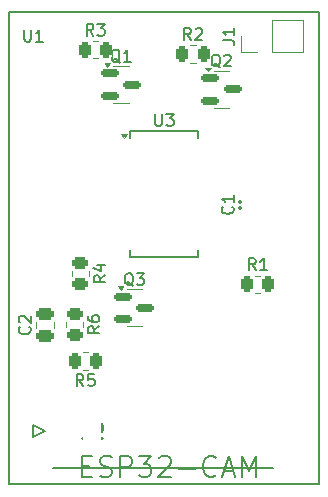
<source format=gto>
G04 #@! TF.GenerationSoftware,KiCad,Pcbnew,9.0.2*
G04 #@! TF.CreationDate,2025-07-08T18:24:22-03:00*
G04 #@! TF.ProjectId,BottomBoardCam,426f7474-6f6d-4426-9f61-726443616d2e,rev?*
G04 #@! TF.SameCoordinates,Original*
G04 #@! TF.FileFunction,Legend,Top*
G04 #@! TF.FilePolarity,Positive*
%FSLAX46Y46*%
G04 Gerber Fmt 4.6, Leading zero omitted, Abs format (unit mm)*
G04 Created by KiCad (PCBNEW 9.0.2) date 2025-07-08 18:24:22*
%MOMM*%
%LPD*%
G01*
G04 APERTURE LIST*
G04 Aperture macros list*
%AMRoundRect*
0 Rectangle with rounded corners*
0 $1 Rounding radius*
0 $2 $3 $4 $5 $6 $7 $8 $9 X,Y pos of 4 corners*
0 Add a 4 corners polygon primitive as box body*
4,1,4,$2,$3,$4,$5,$6,$7,$8,$9,$2,$3,0*
0 Add four circle primitives for the rounded corners*
1,1,$1+$1,$2,$3*
1,1,$1+$1,$4,$5*
1,1,$1+$1,$6,$7*
1,1,$1+$1,$8,$9*
0 Add four rect primitives between the rounded corners*
20,1,$1+$1,$2,$3,$4,$5,0*
20,1,$1+$1,$4,$5,$6,$7,0*
20,1,$1+$1,$6,$7,$8,$9,0*
20,1,$1+$1,$8,$9,$2,$3,0*%
G04 Aperture macros list end*
%ADD10C,0.150000*%
%ADD11C,0.254000*%
%ADD12C,0.120000*%
%ADD13C,0.127000*%
%ADD14RoundRect,0.250000X0.475000X-0.250000X0.475000X0.250000X-0.475000X0.250000X-0.475000X-0.250000X0*%
%ADD15RoundRect,0.250000X-0.450000X0.262500X-0.450000X-0.262500X0.450000X-0.262500X0.450000X0.262500X0*%
%ADD16RoundRect,0.250000X0.262500X0.450000X-0.262500X0.450000X-0.262500X-0.450000X0.262500X-0.450000X0*%
%ADD17C,1.270000*%
%ADD18C,1.520000*%
%ADD19R,1.520000X1.520000*%
%ADD20RoundRect,0.250000X-0.262500X-0.450000X0.262500X-0.450000X0.262500X0.450000X-0.262500X0.450000X0*%
%ADD21RoundRect,0.150000X-0.587500X-0.150000X0.587500X-0.150000X0.587500X0.150000X-0.587500X0.150000X0*%
%ADD22RoundRect,0.075000X0.075000X-0.125000X0.075000X0.125000X-0.075000X0.125000X-0.075000X-0.125000X0*%
%ADD23R,1.750000X0.450000*%
%ADD24R,1.700000X1.700000*%
%ADD25C,1.700000*%
%ADD26O,3.048800X1.626400*%
G04 APERTURE END LIST*
D10*
X145179580Y-97116666D02*
X145227200Y-97164285D01*
X145227200Y-97164285D02*
X145274819Y-97307142D01*
X145274819Y-97307142D02*
X145274819Y-97402380D01*
X145274819Y-97402380D02*
X145227200Y-97545237D01*
X145227200Y-97545237D02*
X145131961Y-97640475D01*
X145131961Y-97640475D02*
X145036723Y-97688094D01*
X145036723Y-97688094D02*
X144846247Y-97735713D01*
X144846247Y-97735713D02*
X144703390Y-97735713D01*
X144703390Y-97735713D02*
X144512914Y-97688094D01*
X144512914Y-97688094D02*
X144417676Y-97640475D01*
X144417676Y-97640475D02*
X144322438Y-97545237D01*
X144322438Y-97545237D02*
X144274819Y-97402380D01*
X144274819Y-97402380D02*
X144274819Y-97307142D01*
X144274819Y-97307142D02*
X144322438Y-97164285D01*
X144322438Y-97164285D02*
X144370057Y-97116666D01*
X144370057Y-96735713D02*
X144322438Y-96688094D01*
X144322438Y-96688094D02*
X144274819Y-96592856D01*
X144274819Y-96592856D02*
X144274819Y-96354761D01*
X144274819Y-96354761D02*
X144322438Y-96259523D01*
X144322438Y-96259523D02*
X144370057Y-96211904D01*
X144370057Y-96211904D02*
X144465295Y-96164285D01*
X144465295Y-96164285D02*
X144560533Y-96164285D01*
X144560533Y-96164285D02*
X144703390Y-96211904D01*
X144703390Y-96211904D02*
X145274819Y-96783332D01*
X145274819Y-96783332D02*
X145274819Y-96164285D01*
X151104819Y-97079166D02*
X150628628Y-97412499D01*
X151104819Y-97650594D02*
X150104819Y-97650594D01*
X150104819Y-97650594D02*
X150104819Y-97269642D01*
X150104819Y-97269642D02*
X150152438Y-97174404D01*
X150152438Y-97174404D02*
X150200057Y-97126785D01*
X150200057Y-97126785D02*
X150295295Y-97079166D01*
X150295295Y-97079166D02*
X150438152Y-97079166D01*
X150438152Y-97079166D02*
X150533390Y-97126785D01*
X150533390Y-97126785D02*
X150581009Y-97174404D01*
X150581009Y-97174404D02*
X150628628Y-97269642D01*
X150628628Y-97269642D02*
X150628628Y-97650594D01*
X150104819Y-96222023D02*
X150104819Y-96412499D01*
X150104819Y-96412499D02*
X150152438Y-96507737D01*
X150152438Y-96507737D02*
X150200057Y-96555356D01*
X150200057Y-96555356D02*
X150342914Y-96650594D01*
X150342914Y-96650594D02*
X150533390Y-96698213D01*
X150533390Y-96698213D02*
X150914342Y-96698213D01*
X150914342Y-96698213D02*
X151009580Y-96650594D01*
X151009580Y-96650594D02*
X151057200Y-96602975D01*
X151057200Y-96602975D02*
X151104819Y-96507737D01*
X151104819Y-96507737D02*
X151104819Y-96317261D01*
X151104819Y-96317261D02*
X151057200Y-96222023D01*
X151057200Y-96222023D02*
X151009580Y-96174404D01*
X151009580Y-96174404D02*
X150914342Y-96126785D01*
X150914342Y-96126785D02*
X150676247Y-96126785D01*
X150676247Y-96126785D02*
X150581009Y-96174404D01*
X150581009Y-96174404D02*
X150533390Y-96222023D01*
X150533390Y-96222023D02*
X150485771Y-96317261D01*
X150485771Y-96317261D02*
X150485771Y-96507737D01*
X150485771Y-96507737D02*
X150533390Y-96602975D01*
X150533390Y-96602975D02*
X150581009Y-96650594D01*
X150581009Y-96650594D02*
X150676247Y-96698213D01*
X149745833Y-102104819D02*
X149412500Y-101628628D01*
X149174405Y-102104819D02*
X149174405Y-101104819D01*
X149174405Y-101104819D02*
X149555357Y-101104819D01*
X149555357Y-101104819D02*
X149650595Y-101152438D01*
X149650595Y-101152438D02*
X149698214Y-101200057D01*
X149698214Y-101200057D02*
X149745833Y-101295295D01*
X149745833Y-101295295D02*
X149745833Y-101438152D01*
X149745833Y-101438152D02*
X149698214Y-101533390D01*
X149698214Y-101533390D02*
X149650595Y-101581009D01*
X149650595Y-101581009D02*
X149555357Y-101628628D01*
X149555357Y-101628628D02*
X149174405Y-101628628D01*
X150650595Y-101104819D02*
X150174405Y-101104819D01*
X150174405Y-101104819D02*
X150126786Y-101581009D01*
X150126786Y-101581009D02*
X150174405Y-101533390D01*
X150174405Y-101533390D02*
X150269643Y-101485771D01*
X150269643Y-101485771D02*
X150507738Y-101485771D01*
X150507738Y-101485771D02*
X150602976Y-101533390D01*
X150602976Y-101533390D02*
X150650595Y-101581009D01*
X150650595Y-101581009D02*
X150698214Y-101676247D01*
X150698214Y-101676247D02*
X150698214Y-101914342D01*
X150698214Y-101914342D02*
X150650595Y-102009580D01*
X150650595Y-102009580D02*
X150602976Y-102057200D01*
X150602976Y-102057200D02*
X150507738Y-102104819D01*
X150507738Y-102104819D02*
X150269643Y-102104819D01*
X150269643Y-102104819D02*
X150174405Y-102057200D01*
X150174405Y-102057200D02*
X150126786Y-102009580D01*
D11*
X150076667Y-105264318D02*
X150076667Y-106171461D01*
X150076667Y-106171461D02*
X150016190Y-106352889D01*
X150016190Y-106352889D02*
X149895238Y-106473842D01*
X149895238Y-106473842D02*
X149713809Y-106534318D01*
X149713809Y-106534318D02*
X149592857Y-106534318D01*
X150620952Y-105385270D02*
X150681428Y-105324794D01*
X150681428Y-105324794D02*
X150802381Y-105264318D01*
X150802381Y-105264318D02*
X151104762Y-105264318D01*
X151104762Y-105264318D02*
X151225714Y-105324794D01*
X151225714Y-105324794D02*
X151286190Y-105385270D01*
X151286190Y-105385270D02*
X151346667Y-105506222D01*
X151346667Y-105506222D02*
X151346667Y-105627175D01*
X151346667Y-105627175D02*
X151286190Y-105808603D01*
X151286190Y-105808603D02*
X150560476Y-106534318D01*
X150560476Y-106534318D02*
X151346667Y-106534318D01*
D10*
X164333333Y-92304819D02*
X164000000Y-91828628D01*
X163761905Y-92304819D02*
X163761905Y-91304819D01*
X163761905Y-91304819D02*
X164142857Y-91304819D01*
X164142857Y-91304819D02*
X164238095Y-91352438D01*
X164238095Y-91352438D02*
X164285714Y-91400057D01*
X164285714Y-91400057D02*
X164333333Y-91495295D01*
X164333333Y-91495295D02*
X164333333Y-91638152D01*
X164333333Y-91638152D02*
X164285714Y-91733390D01*
X164285714Y-91733390D02*
X164238095Y-91781009D01*
X164238095Y-91781009D02*
X164142857Y-91828628D01*
X164142857Y-91828628D02*
X163761905Y-91828628D01*
X165285714Y-92304819D02*
X164714286Y-92304819D01*
X165000000Y-92304819D02*
X165000000Y-91304819D01*
X165000000Y-91304819D02*
X164904762Y-91447676D01*
X164904762Y-91447676D02*
X164809524Y-91542914D01*
X164809524Y-91542914D02*
X164714286Y-91590533D01*
X161342261Y-75150057D02*
X161247023Y-75102438D01*
X161247023Y-75102438D02*
X161151785Y-75007200D01*
X161151785Y-75007200D02*
X161008928Y-74864342D01*
X161008928Y-74864342D02*
X160913690Y-74816723D01*
X160913690Y-74816723D02*
X160818452Y-74816723D01*
X160866071Y-75054819D02*
X160770833Y-75007200D01*
X160770833Y-75007200D02*
X160675595Y-74911961D01*
X160675595Y-74911961D02*
X160627976Y-74721485D01*
X160627976Y-74721485D02*
X160627976Y-74388152D01*
X160627976Y-74388152D02*
X160675595Y-74197676D01*
X160675595Y-74197676D02*
X160770833Y-74102438D01*
X160770833Y-74102438D02*
X160866071Y-74054819D01*
X160866071Y-74054819D02*
X161056547Y-74054819D01*
X161056547Y-74054819D02*
X161151785Y-74102438D01*
X161151785Y-74102438D02*
X161247023Y-74197676D01*
X161247023Y-74197676D02*
X161294642Y-74388152D01*
X161294642Y-74388152D02*
X161294642Y-74721485D01*
X161294642Y-74721485D02*
X161247023Y-74911961D01*
X161247023Y-74911961D02*
X161151785Y-75007200D01*
X161151785Y-75007200D02*
X161056547Y-75054819D01*
X161056547Y-75054819D02*
X160866071Y-75054819D01*
X161675595Y-74150057D02*
X161723214Y-74102438D01*
X161723214Y-74102438D02*
X161818452Y-74054819D01*
X161818452Y-74054819D02*
X162056547Y-74054819D01*
X162056547Y-74054819D02*
X162151785Y-74102438D01*
X162151785Y-74102438D02*
X162199404Y-74150057D01*
X162199404Y-74150057D02*
X162247023Y-74245295D01*
X162247023Y-74245295D02*
X162247023Y-74340533D01*
X162247023Y-74340533D02*
X162199404Y-74483390D01*
X162199404Y-74483390D02*
X161627976Y-75054819D01*
X161627976Y-75054819D02*
X162247023Y-75054819D01*
X162359580Y-86941666D02*
X162407200Y-86989285D01*
X162407200Y-86989285D02*
X162454819Y-87132142D01*
X162454819Y-87132142D02*
X162454819Y-87227380D01*
X162454819Y-87227380D02*
X162407200Y-87370237D01*
X162407200Y-87370237D02*
X162311961Y-87465475D01*
X162311961Y-87465475D02*
X162216723Y-87513094D01*
X162216723Y-87513094D02*
X162026247Y-87560713D01*
X162026247Y-87560713D02*
X161883390Y-87560713D01*
X161883390Y-87560713D02*
X161692914Y-87513094D01*
X161692914Y-87513094D02*
X161597676Y-87465475D01*
X161597676Y-87465475D02*
X161502438Y-87370237D01*
X161502438Y-87370237D02*
X161454819Y-87227380D01*
X161454819Y-87227380D02*
X161454819Y-87132142D01*
X161454819Y-87132142D02*
X161502438Y-86989285D01*
X161502438Y-86989285D02*
X161550057Y-86941666D01*
X162454819Y-85989285D02*
X162454819Y-86560713D01*
X162454819Y-86274999D02*
X161454819Y-86274999D01*
X161454819Y-86274999D02*
X161597676Y-86370237D01*
X161597676Y-86370237D02*
X161692914Y-86465475D01*
X161692914Y-86465475D02*
X161740533Y-86560713D01*
X158858333Y-72804819D02*
X158525000Y-72328628D01*
X158286905Y-72804819D02*
X158286905Y-71804819D01*
X158286905Y-71804819D02*
X158667857Y-71804819D01*
X158667857Y-71804819D02*
X158763095Y-71852438D01*
X158763095Y-71852438D02*
X158810714Y-71900057D01*
X158810714Y-71900057D02*
X158858333Y-71995295D01*
X158858333Y-71995295D02*
X158858333Y-72138152D01*
X158858333Y-72138152D02*
X158810714Y-72233390D01*
X158810714Y-72233390D02*
X158763095Y-72281009D01*
X158763095Y-72281009D02*
X158667857Y-72328628D01*
X158667857Y-72328628D02*
X158286905Y-72328628D01*
X159239286Y-71900057D02*
X159286905Y-71852438D01*
X159286905Y-71852438D02*
X159382143Y-71804819D01*
X159382143Y-71804819D02*
X159620238Y-71804819D01*
X159620238Y-71804819D02*
X159715476Y-71852438D01*
X159715476Y-71852438D02*
X159763095Y-71900057D01*
X159763095Y-71900057D02*
X159810714Y-71995295D01*
X159810714Y-71995295D02*
X159810714Y-72090533D01*
X159810714Y-72090533D02*
X159763095Y-72233390D01*
X159763095Y-72233390D02*
X159191667Y-72804819D01*
X159191667Y-72804819D02*
X159810714Y-72804819D01*
X153967261Y-93650057D02*
X153872023Y-93602438D01*
X153872023Y-93602438D02*
X153776785Y-93507200D01*
X153776785Y-93507200D02*
X153633928Y-93364342D01*
X153633928Y-93364342D02*
X153538690Y-93316723D01*
X153538690Y-93316723D02*
X153443452Y-93316723D01*
X153491071Y-93554819D02*
X153395833Y-93507200D01*
X153395833Y-93507200D02*
X153300595Y-93411961D01*
X153300595Y-93411961D02*
X153252976Y-93221485D01*
X153252976Y-93221485D02*
X153252976Y-92888152D01*
X153252976Y-92888152D02*
X153300595Y-92697676D01*
X153300595Y-92697676D02*
X153395833Y-92602438D01*
X153395833Y-92602438D02*
X153491071Y-92554819D01*
X153491071Y-92554819D02*
X153681547Y-92554819D01*
X153681547Y-92554819D02*
X153776785Y-92602438D01*
X153776785Y-92602438D02*
X153872023Y-92697676D01*
X153872023Y-92697676D02*
X153919642Y-92888152D01*
X153919642Y-92888152D02*
X153919642Y-93221485D01*
X153919642Y-93221485D02*
X153872023Y-93411961D01*
X153872023Y-93411961D02*
X153776785Y-93507200D01*
X153776785Y-93507200D02*
X153681547Y-93554819D01*
X153681547Y-93554819D02*
X153491071Y-93554819D01*
X154252976Y-92554819D02*
X154872023Y-92554819D01*
X154872023Y-92554819D02*
X154538690Y-92935771D01*
X154538690Y-92935771D02*
X154681547Y-92935771D01*
X154681547Y-92935771D02*
X154776785Y-92983390D01*
X154776785Y-92983390D02*
X154824404Y-93031009D01*
X154824404Y-93031009D02*
X154872023Y-93126247D01*
X154872023Y-93126247D02*
X154872023Y-93364342D01*
X154872023Y-93364342D02*
X154824404Y-93459580D01*
X154824404Y-93459580D02*
X154776785Y-93507200D01*
X154776785Y-93507200D02*
X154681547Y-93554819D01*
X154681547Y-93554819D02*
X154395833Y-93554819D01*
X154395833Y-93554819D02*
X154300595Y-93507200D01*
X154300595Y-93507200D02*
X154252976Y-93459580D01*
X152842261Y-74750057D02*
X152747023Y-74702438D01*
X152747023Y-74702438D02*
X152651785Y-74607200D01*
X152651785Y-74607200D02*
X152508928Y-74464342D01*
X152508928Y-74464342D02*
X152413690Y-74416723D01*
X152413690Y-74416723D02*
X152318452Y-74416723D01*
X152366071Y-74654819D02*
X152270833Y-74607200D01*
X152270833Y-74607200D02*
X152175595Y-74511961D01*
X152175595Y-74511961D02*
X152127976Y-74321485D01*
X152127976Y-74321485D02*
X152127976Y-73988152D01*
X152127976Y-73988152D02*
X152175595Y-73797676D01*
X152175595Y-73797676D02*
X152270833Y-73702438D01*
X152270833Y-73702438D02*
X152366071Y-73654819D01*
X152366071Y-73654819D02*
X152556547Y-73654819D01*
X152556547Y-73654819D02*
X152651785Y-73702438D01*
X152651785Y-73702438D02*
X152747023Y-73797676D01*
X152747023Y-73797676D02*
X152794642Y-73988152D01*
X152794642Y-73988152D02*
X152794642Y-74321485D01*
X152794642Y-74321485D02*
X152747023Y-74511961D01*
X152747023Y-74511961D02*
X152651785Y-74607200D01*
X152651785Y-74607200D02*
X152556547Y-74654819D01*
X152556547Y-74654819D02*
X152366071Y-74654819D01*
X153747023Y-74654819D02*
X153175595Y-74654819D01*
X153461309Y-74654819D02*
X153461309Y-73654819D01*
X153461309Y-73654819D02*
X153366071Y-73797676D01*
X153366071Y-73797676D02*
X153270833Y-73892914D01*
X153270833Y-73892914D02*
X153175595Y-73940533D01*
X150595833Y-72454819D02*
X150262500Y-71978628D01*
X150024405Y-72454819D02*
X150024405Y-71454819D01*
X150024405Y-71454819D02*
X150405357Y-71454819D01*
X150405357Y-71454819D02*
X150500595Y-71502438D01*
X150500595Y-71502438D02*
X150548214Y-71550057D01*
X150548214Y-71550057D02*
X150595833Y-71645295D01*
X150595833Y-71645295D02*
X150595833Y-71788152D01*
X150595833Y-71788152D02*
X150548214Y-71883390D01*
X150548214Y-71883390D02*
X150500595Y-71931009D01*
X150500595Y-71931009D02*
X150405357Y-71978628D01*
X150405357Y-71978628D02*
X150024405Y-71978628D01*
X150929167Y-71454819D02*
X151548214Y-71454819D01*
X151548214Y-71454819D02*
X151214881Y-71835771D01*
X151214881Y-71835771D02*
X151357738Y-71835771D01*
X151357738Y-71835771D02*
X151452976Y-71883390D01*
X151452976Y-71883390D02*
X151500595Y-71931009D01*
X151500595Y-71931009D02*
X151548214Y-72026247D01*
X151548214Y-72026247D02*
X151548214Y-72264342D01*
X151548214Y-72264342D02*
X151500595Y-72359580D01*
X151500595Y-72359580D02*
X151452976Y-72407200D01*
X151452976Y-72407200D02*
X151357738Y-72454819D01*
X151357738Y-72454819D02*
X151072024Y-72454819D01*
X151072024Y-72454819D02*
X150976786Y-72407200D01*
X150976786Y-72407200D02*
X150929167Y-72359580D01*
X151604819Y-92754166D02*
X151128628Y-93087499D01*
X151604819Y-93325594D02*
X150604819Y-93325594D01*
X150604819Y-93325594D02*
X150604819Y-92944642D01*
X150604819Y-92944642D02*
X150652438Y-92849404D01*
X150652438Y-92849404D02*
X150700057Y-92801785D01*
X150700057Y-92801785D02*
X150795295Y-92754166D01*
X150795295Y-92754166D02*
X150938152Y-92754166D01*
X150938152Y-92754166D02*
X151033390Y-92801785D01*
X151033390Y-92801785D02*
X151081009Y-92849404D01*
X151081009Y-92849404D02*
X151128628Y-92944642D01*
X151128628Y-92944642D02*
X151128628Y-93325594D01*
X150938152Y-91897023D02*
X151604819Y-91897023D01*
X150557200Y-92135118D02*
X151271485Y-92373213D01*
X151271485Y-92373213D02*
X151271485Y-91754166D01*
X155808095Y-79084819D02*
X155808095Y-79894342D01*
X155808095Y-79894342D02*
X155855714Y-79989580D01*
X155855714Y-79989580D02*
X155903333Y-80037200D01*
X155903333Y-80037200D02*
X155998571Y-80084819D01*
X155998571Y-80084819D02*
X156189047Y-80084819D01*
X156189047Y-80084819D02*
X156284285Y-80037200D01*
X156284285Y-80037200D02*
X156331904Y-79989580D01*
X156331904Y-79989580D02*
X156379523Y-79894342D01*
X156379523Y-79894342D02*
X156379523Y-79084819D01*
X156760476Y-79084819D02*
X157379523Y-79084819D01*
X157379523Y-79084819D02*
X157046190Y-79465771D01*
X157046190Y-79465771D02*
X157189047Y-79465771D01*
X157189047Y-79465771D02*
X157284285Y-79513390D01*
X157284285Y-79513390D02*
X157331904Y-79561009D01*
X157331904Y-79561009D02*
X157379523Y-79656247D01*
X157379523Y-79656247D02*
X157379523Y-79894342D01*
X157379523Y-79894342D02*
X157331904Y-79989580D01*
X157331904Y-79989580D02*
X157284285Y-80037200D01*
X157284285Y-80037200D02*
X157189047Y-80084819D01*
X157189047Y-80084819D02*
X156903333Y-80084819D01*
X156903333Y-80084819D02*
X156808095Y-80037200D01*
X156808095Y-80037200D02*
X156760476Y-79989580D01*
X161534819Y-72833333D02*
X162249104Y-72833333D01*
X162249104Y-72833333D02*
X162391961Y-72880952D01*
X162391961Y-72880952D02*
X162487200Y-72976190D01*
X162487200Y-72976190D02*
X162534819Y-73119047D01*
X162534819Y-73119047D02*
X162534819Y-73214285D01*
X162534819Y-71833333D02*
X162534819Y-72404761D01*
X162534819Y-72119047D02*
X161534819Y-72119047D01*
X161534819Y-72119047D02*
X161677676Y-72214285D01*
X161677676Y-72214285D02*
X161772914Y-72309523D01*
X161772914Y-72309523D02*
X161820533Y-72404761D01*
X144738095Y-71954819D02*
X144738095Y-72764342D01*
X144738095Y-72764342D02*
X144785714Y-72859580D01*
X144785714Y-72859580D02*
X144833333Y-72907200D01*
X144833333Y-72907200D02*
X144928571Y-72954819D01*
X144928571Y-72954819D02*
X145119047Y-72954819D01*
X145119047Y-72954819D02*
X145214285Y-72907200D01*
X145214285Y-72907200D02*
X145261904Y-72859580D01*
X145261904Y-72859580D02*
X145309523Y-72764342D01*
X145309523Y-72764342D02*
X145309523Y-71954819D01*
X146309523Y-72954819D02*
X145738095Y-72954819D01*
X146023809Y-72954819D02*
X146023809Y-71954819D01*
X146023809Y-71954819D02*
X145928571Y-72097676D01*
X145928571Y-72097676D02*
X145833333Y-72192914D01*
X145833333Y-72192914D02*
X145738095Y-72240533D01*
X149669524Y-108886953D02*
X150242858Y-108886953D01*
X150488572Y-109787905D02*
X149669524Y-109787905D01*
X149669524Y-109787905D02*
X149669524Y-108067905D01*
X149669524Y-108067905D02*
X150488572Y-108067905D01*
X151143810Y-109706001D02*
X151389524Y-109787905D01*
X151389524Y-109787905D02*
X151799048Y-109787905D01*
X151799048Y-109787905D02*
X151962857Y-109706001D01*
X151962857Y-109706001D02*
X152044762Y-109624096D01*
X152044762Y-109624096D02*
X152126667Y-109460286D01*
X152126667Y-109460286D02*
X152126667Y-109296477D01*
X152126667Y-109296477D02*
X152044762Y-109132667D01*
X152044762Y-109132667D02*
X151962857Y-109050762D01*
X151962857Y-109050762D02*
X151799048Y-108968858D01*
X151799048Y-108968858D02*
X151471429Y-108886953D01*
X151471429Y-108886953D02*
X151307619Y-108805048D01*
X151307619Y-108805048D02*
X151225714Y-108723143D01*
X151225714Y-108723143D02*
X151143810Y-108559334D01*
X151143810Y-108559334D02*
X151143810Y-108395524D01*
X151143810Y-108395524D02*
X151225714Y-108231715D01*
X151225714Y-108231715D02*
X151307619Y-108149810D01*
X151307619Y-108149810D02*
X151471429Y-108067905D01*
X151471429Y-108067905D02*
X151880952Y-108067905D01*
X151880952Y-108067905D02*
X152126667Y-108149810D01*
X152863809Y-109787905D02*
X152863809Y-108067905D01*
X152863809Y-108067905D02*
X153519047Y-108067905D01*
X153519047Y-108067905D02*
X153682857Y-108149810D01*
X153682857Y-108149810D02*
X153764762Y-108231715D01*
X153764762Y-108231715D02*
X153846666Y-108395524D01*
X153846666Y-108395524D02*
X153846666Y-108641239D01*
X153846666Y-108641239D02*
X153764762Y-108805048D01*
X153764762Y-108805048D02*
X153682857Y-108886953D01*
X153682857Y-108886953D02*
X153519047Y-108968858D01*
X153519047Y-108968858D02*
X152863809Y-108968858D01*
X154420000Y-108067905D02*
X155484762Y-108067905D01*
X155484762Y-108067905D02*
X154911428Y-108723143D01*
X154911428Y-108723143D02*
X155157143Y-108723143D01*
X155157143Y-108723143D02*
X155320952Y-108805048D01*
X155320952Y-108805048D02*
X155402857Y-108886953D01*
X155402857Y-108886953D02*
X155484762Y-109050762D01*
X155484762Y-109050762D02*
X155484762Y-109460286D01*
X155484762Y-109460286D02*
X155402857Y-109624096D01*
X155402857Y-109624096D02*
X155320952Y-109706001D01*
X155320952Y-109706001D02*
X155157143Y-109787905D01*
X155157143Y-109787905D02*
X154665714Y-109787905D01*
X154665714Y-109787905D02*
X154501905Y-109706001D01*
X154501905Y-109706001D02*
X154420000Y-109624096D01*
X156140000Y-108231715D02*
X156221904Y-108149810D01*
X156221904Y-108149810D02*
X156385714Y-108067905D01*
X156385714Y-108067905D02*
X156795238Y-108067905D01*
X156795238Y-108067905D02*
X156959047Y-108149810D01*
X156959047Y-108149810D02*
X157040952Y-108231715D01*
X157040952Y-108231715D02*
X157122857Y-108395524D01*
X157122857Y-108395524D02*
X157122857Y-108559334D01*
X157122857Y-108559334D02*
X157040952Y-108805048D01*
X157040952Y-108805048D02*
X156058095Y-109787905D01*
X156058095Y-109787905D02*
X157122857Y-109787905D01*
X157859999Y-109132667D02*
X159170476Y-109132667D01*
X160972380Y-109624096D02*
X160890476Y-109706001D01*
X160890476Y-109706001D02*
X160644761Y-109787905D01*
X160644761Y-109787905D02*
X160480952Y-109787905D01*
X160480952Y-109787905D02*
X160235238Y-109706001D01*
X160235238Y-109706001D02*
X160071428Y-109542191D01*
X160071428Y-109542191D02*
X159989523Y-109378381D01*
X159989523Y-109378381D02*
X159907619Y-109050762D01*
X159907619Y-109050762D02*
X159907619Y-108805048D01*
X159907619Y-108805048D02*
X159989523Y-108477429D01*
X159989523Y-108477429D02*
X160071428Y-108313620D01*
X160071428Y-108313620D02*
X160235238Y-108149810D01*
X160235238Y-108149810D02*
X160480952Y-108067905D01*
X160480952Y-108067905D02*
X160644761Y-108067905D01*
X160644761Y-108067905D02*
X160890476Y-108149810D01*
X160890476Y-108149810D02*
X160972380Y-108231715D01*
X161627619Y-109296477D02*
X162446666Y-109296477D01*
X161463809Y-109787905D02*
X162037142Y-108067905D01*
X162037142Y-108067905D02*
X162610476Y-109787905D01*
X163183809Y-109787905D02*
X163183809Y-108067905D01*
X163183809Y-108067905D02*
X163757143Y-109296477D01*
X163757143Y-109296477D02*
X164330476Y-108067905D01*
X164330476Y-108067905D02*
X164330476Y-109787905D01*
D12*
X145765000Y-97211252D02*
X145765000Y-96688748D01*
X147235000Y-97211252D02*
X147235000Y-96688748D01*
X148265000Y-96685436D02*
X148265000Y-97139564D01*
X149735000Y-96685436D02*
X149735000Y-97139564D01*
X150139564Y-99265000D02*
X149685436Y-99265000D01*
X150139564Y-100735000D02*
X149685436Y-100735000D01*
D13*
X146500000Y-105960000D02*
X145500000Y-106460000D01*
X145500000Y-105460000D02*
X146500000Y-105960000D01*
X145500000Y-106460000D02*
X145500000Y-105460000D01*
X165825000Y-109060000D02*
X147175000Y-109060000D01*
D12*
X164272936Y-92765000D02*
X164727064Y-92765000D01*
X164272936Y-94235000D02*
X164727064Y-94235000D01*
X161437500Y-75440000D02*
X160787500Y-75440000D01*
X161437500Y-75440000D02*
X162087500Y-75440000D01*
X161437500Y-78560000D02*
X160787500Y-78560000D01*
X161437500Y-78560000D02*
X162087500Y-78560000D01*
X160275000Y-75490000D02*
X160035000Y-75160000D01*
X160515000Y-75160000D01*
X160275000Y-75490000D01*
G36*
X160275000Y-75490000D02*
G01*
X160035000Y-75160000D01*
X160515000Y-75160000D01*
X160275000Y-75490000D01*
G37*
X158797936Y-73265000D02*
X159252064Y-73265000D01*
X158797936Y-74735000D02*
X159252064Y-74735000D01*
X154062500Y-93940000D02*
X153412500Y-93940000D01*
X154062500Y-93940000D02*
X154712500Y-93940000D01*
X154062500Y-97060000D02*
X153412500Y-97060000D01*
X154062500Y-97060000D02*
X154712500Y-97060000D01*
X152900000Y-93990000D02*
X152660000Y-93660000D01*
X153140000Y-93660000D01*
X152900000Y-93990000D01*
G36*
X152900000Y-93990000D02*
G01*
X152660000Y-93660000D01*
X153140000Y-93660000D01*
X152900000Y-93990000D01*
G37*
X152937500Y-75040000D02*
X152287500Y-75040000D01*
X152937500Y-75040000D02*
X153587500Y-75040000D01*
X152937500Y-78160000D02*
X152287500Y-78160000D01*
X152937500Y-78160000D02*
X153587500Y-78160000D01*
X151775000Y-75090000D02*
X151535000Y-74760000D01*
X152015000Y-74760000D01*
X151775000Y-75090000D01*
G36*
X151775000Y-75090000D02*
G01*
X151535000Y-74760000D01*
X152015000Y-74760000D01*
X151775000Y-75090000D01*
G37*
X150535436Y-72915000D02*
X150989564Y-72915000D01*
X150535436Y-74385000D02*
X150989564Y-74385000D01*
X148765000Y-92360436D02*
X148765000Y-92814564D01*
X150235000Y-92360436D02*
X150235000Y-92814564D01*
D10*
X153695000Y-80555000D02*
X153695000Y-81130000D01*
X153695000Y-80555000D02*
X159445000Y-80555000D01*
X153695000Y-90630000D02*
X153695000Y-91205000D01*
X153695000Y-91205000D02*
X159445000Y-91205000D01*
X159445000Y-80555000D02*
X159445000Y-81130000D01*
X159445000Y-90630000D02*
X159445000Y-91205000D01*
D12*
X153195000Y-81130000D02*
X152955000Y-80800000D01*
X153435000Y-80800000D01*
X153195000Y-81130000D01*
G36*
X153195000Y-81130000D02*
G01*
X152955000Y-80800000D01*
X153435000Y-80800000D01*
X153195000Y-81130000D01*
G37*
X163080000Y-73880000D02*
X163080000Y-72500000D01*
X164460000Y-73880000D02*
X163080000Y-73880000D01*
X165730000Y-71120000D02*
X168380000Y-71120000D01*
X165730000Y-73880000D02*
X165730000Y-71120000D01*
X165730000Y-73880000D02*
X168380000Y-73880000D01*
X168380000Y-73880000D02*
X168380000Y-71120000D01*
D13*
X143410000Y-70450000D02*
X169730000Y-70450000D01*
X143410000Y-110450000D02*
X143410000Y-70450000D01*
X169730000Y-70450000D02*
X169730000Y-110450000D01*
X169730000Y-110450000D02*
X143410000Y-110450000D01*
%LPC*%
D14*
X146500000Y-97900000D03*
X146500000Y-96000000D03*
D15*
X149000000Y-97825000D03*
X149000000Y-96000000D03*
D16*
X149000000Y-100000000D03*
X150825000Y-100000000D03*
D17*
X165500000Y-104000000D03*
X147500000Y-104000000D03*
D18*
X162500000Y-105960000D03*
X159500000Y-105960000D03*
X156500000Y-105960000D03*
X153500000Y-105960000D03*
D19*
X150500000Y-105960000D03*
D20*
X163587500Y-93500000D03*
X165412500Y-93500000D03*
D21*
X160500000Y-76050000D03*
X160500000Y-77950000D03*
X162375000Y-77000000D03*
D22*
X163000000Y-87025000D03*
X163000000Y-86525000D03*
D20*
X158112500Y-74000000D03*
X159937500Y-74000000D03*
D21*
X153125000Y-94550000D03*
X153125000Y-96450000D03*
X155000000Y-95500000D03*
X152000000Y-75650000D03*
X152000000Y-77550000D03*
X153875000Y-76600000D03*
D20*
X149850000Y-73650000D03*
X151675000Y-73650000D03*
D15*
X149500000Y-91675000D03*
X149500000Y-93500000D03*
D23*
X152970000Y-81655000D03*
X152970000Y-82305000D03*
X152970000Y-82955000D03*
X152970000Y-83605000D03*
X152970000Y-84255000D03*
X152970000Y-84905000D03*
X152970000Y-85555000D03*
X152970000Y-86205000D03*
X152970000Y-86855000D03*
X152970000Y-87505000D03*
X152970000Y-88155000D03*
X152970000Y-88805000D03*
X152970000Y-89455000D03*
X152970000Y-90105000D03*
X160170000Y-90105000D03*
X160170000Y-89455000D03*
X160170000Y-88805000D03*
X160170000Y-88155000D03*
X160170000Y-87505000D03*
X160170000Y-86855000D03*
X160170000Y-86205000D03*
X160170000Y-85555000D03*
X160170000Y-84905000D03*
X160170000Y-84255000D03*
X160170000Y-83605000D03*
X160170000Y-82955000D03*
X160170000Y-82305000D03*
X160170000Y-81655000D03*
D24*
X164460000Y-72500000D03*
D25*
X167000000Y-72500000D03*
D26*
X145140000Y-75720000D03*
X145140000Y-78260000D03*
X145140000Y-80800000D03*
X145140000Y-83340000D03*
X145140000Y-85880000D03*
X145140000Y-88420000D03*
X145140000Y-90960000D03*
X145140000Y-93500000D03*
X168000000Y-93500000D03*
X168000000Y-90960000D03*
X168000000Y-88420000D03*
X168000000Y-85880000D03*
X168000000Y-83340000D03*
X168000000Y-80800000D03*
X168000000Y-78260000D03*
X168000000Y-75720000D03*
%LPD*%
M02*

</source>
